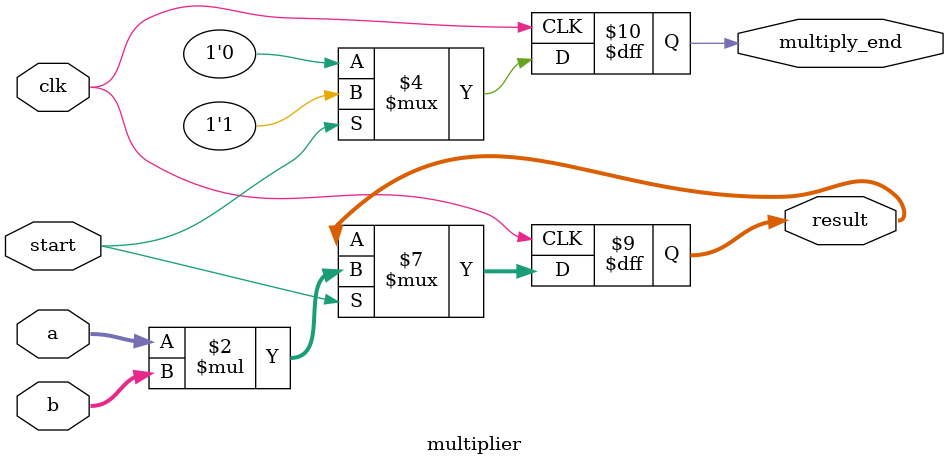
<source format=v>
`timescale 1ns / 1ps


module multiplier(
    input [7:0]a,
    input [8:0]b,
    input start,
    input clk,
    output reg[17:0]result,
    output reg multiply_end
    );
    always @ (posedge clk)begin
        if(start) begin
            result<=a*b;
            multiply_end<=1;
        end
        else
            multiply_end<=0;
    end
endmodule

</source>
